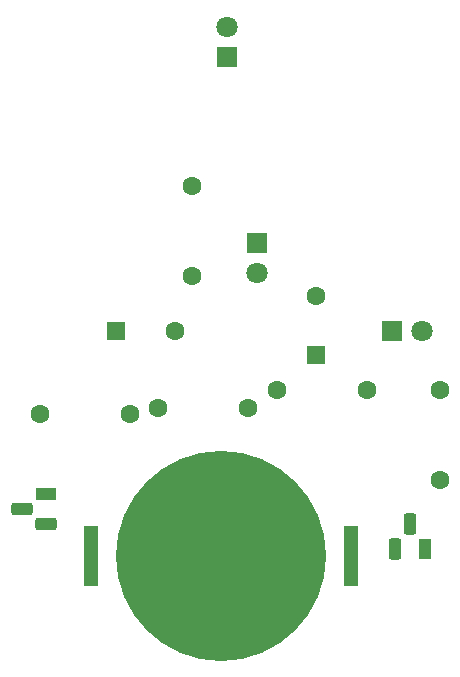
<source format=gbr>
%TF.GenerationSoftware,KiCad,Pcbnew,9.0.2*%
%TF.CreationDate,2025-06-19T19:47:11-10:00*%
%TF.ProjectId,Happy Birthday PCB,48617070-7920-4426-9972-746864617920,rev?*%
%TF.SameCoordinates,Original*%
%TF.FileFunction,Soldermask,Bot*%
%TF.FilePolarity,Negative*%
%FSLAX46Y46*%
G04 Gerber Fmt 4.6, Leading zero omitted, Abs format (unit mm)*
G04 Created by KiCad (PCBNEW 9.0.2) date 2025-06-19 19:47:11*
%MOMM*%
%LPD*%
G01*
G04 APERTURE LIST*
G04 Aperture macros list*
%AMRoundRect*
0 Rectangle with rounded corners*
0 $1 Rounding radius*
0 $2 $3 $4 $5 $6 $7 $8 $9 X,Y pos of 4 corners*
0 Add a 4 corners polygon primitive as box body*
4,1,4,$2,$3,$4,$5,$6,$7,$8,$9,$2,$3,0*
0 Add four circle primitives for the rounded corners*
1,1,$1+$1,$2,$3*
1,1,$1+$1,$4,$5*
1,1,$1+$1,$6,$7*
1,1,$1+$1,$8,$9*
0 Add four rect primitives between the rounded corners*
20,1,$1+$1,$2,$3,$4,$5,0*
20,1,$1+$1,$4,$5,$6,$7,0*
20,1,$1+$1,$6,$7,$8,$9,0*
20,1,$1+$1,$8,$9,$2,$3,0*%
G04 Aperture macros list end*
%ADD10C,1.600000*%
%ADD11R,1.800000X1.100000*%
%ADD12RoundRect,0.275000X-0.625000X0.275000X-0.625000X-0.275000X0.625000X-0.275000X0.625000X0.275000X0*%
%ADD13R,1.100000X1.800000*%
%ADD14RoundRect,0.275000X0.275000X0.625000X-0.275000X0.625000X-0.275000X-0.625000X0.275000X-0.625000X0*%
%ADD15R,1.800000X1.800000*%
%ADD16C,1.800000*%
%ADD17RoundRect,0.250000X0.550000X-0.550000X0.550000X0.550000X-0.550000X0.550000X-0.550000X-0.550000X0*%
%ADD18RoundRect,0.250000X-0.550000X-0.550000X0.550000X-0.550000X0.550000X0.550000X-0.550000X0.550000X0*%
%ADD19R,1.270000X5.080000*%
%ADD20C,17.800000*%
G04 APERTURE END LIST*
D10*
%TO.C,R5*%
X93500000Y-43810000D03*
X93500000Y-36190000D03*
%TD*%
%TO.C,R4*%
X114500000Y-53500000D03*
X114500000Y-61120000D03*
%TD*%
%TO.C,R3*%
X100690000Y-53500000D03*
X108310000Y-53500000D03*
%TD*%
%TO.C,R2*%
X98310000Y-55000000D03*
X90690000Y-55000000D03*
%TD*%
%TO.C,R1*%
X88310000Y-55500000D03*
X80690000Y-55500000D03*
%TD*%
D11*
%TO.C,Q2*%
X81170000Y-62230000D03*
D12*
X79100000Y-63500000D03*
X81170000Y-64770000D03*
%TD*%
D13*
%TO.C,Q1*%
X113270000Y-66900000D03*
D14*
X112000000Y-64830000D03*
X110730000Y-66900000D03*
%TD*%
D15*
%TO.C,D3*%
X96500000Y-25275000D03*
D16*
X96500000Y-22735000D03*
%TD*%
D15*
%TO.C,D2*%
X99000000Y-41000000D03*
D16*
X99000000Y-43540000D03*
%TD*%
D15*
%TO.C,D1*%
X110460000Y-48500000D03*
D16*
X113000000Y-48500000D03*
%TD*%
D17*
%TO.C,C2*%
X104000000Y-50500000D03*
D10*
X104000000Y-45500000D03*
%TD*%
%TO.C,C1*%
X92097349Y-48500000D03*
D18*
X87097349Y-48500000D03*
%TD*%
D19*
%TO.C,BT1*%
X106985000Y-67500000D03*
X85015000Y-67500000D03*
D20*
X96000000Y-67500000D03*
%TD*%
M02*

</source>
